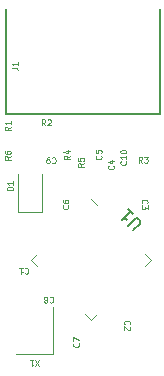
<source format=gto>
G04 #@! TF.GenerationSoftware,KiCad,Pcbnew,(5.99.0-11424-g2f41dd4074)*
G04 #@! TF.CreationDate,2021-09-18T21:26:06+03:00*
G04 #@! TF.ProjectId,goldfish,676f6c64-6669-4736-982e-6b696361645f,C*
G04 #@! TF.SameCoordinates,Original*
G04 #@! TF.FileFunction,Legend,Top*
G04 #@! TF.FilePolarity,Positive*
%FSLAX46Y46*%
G04 Gerber Fmt 4.6, Leading zero omitted, Abs format (unit mm)*
G04 Created by KiCad (PCBNEW (5.99.0-11424-g2f41dd4074)) date 2021-09-18 21:26:06*
%MOMM*%
%LPD*%
G01*
G04 APERTURE LIST*
%ADD10C,0.150000*%
%ADD11C,0.125000*%
%ADD12C,0.120000*%
G04 APERTURE END LIST*
D10*
X34259777Y-42517718D02*
X34832197Y-41945298D01*
X34865869Y-41844283D01*
X34865869Y-41776939D01*
X34832197Y-41675924D01*
X34697510Y-41541237D01*
X34596495Y-41507565D01*
X34529151Y-41507565D01*
X34428136Y-41541237D01*
X33855716Y-42113657D01*
X33855716Y-40699443D02*
X34259777Y-41103504D01*
X34057747Y-40901474D02*
X33350640Y-41608580D01*
X33518999Y-41574909D01*
X33653686Y-41574909D01*
X33754701Y-41608580D01*
D11*
X27183333Y-48171428D02*
X27207142Y-48147619D01*
X27278571Y-48123809D01*
X27326190Y-48123809D01*
X27397619Y-48147619D01*
X27445238Y-48195238D01*
X27469047Y-48242857D01*
X27492857Y-48338095D01*
X27492857Y-48409523D01*
X27469047Y-48504761D01*
X27445238Y-48552380D01*
X27397619Y-48600000D01*
X27326190Y-48623809D01*
X27278571Y-48623809D01*
X27207142Y-48600000D01*
X27183333Y-48576190D01*
X26897619Y-48409523D02*
X26945238Y-48433333D01*
X26969047Y-48457142D01*
X26992857Y-48504761D01*
X26992857Y-48528571D01*
X26969047Y-48576190D01*
X26945238Y-48600000D01*
X26897619Y-48623809D01*
X26802380Y-48623809D01*
X26754761Y-48600000D01*
X26730952Y-48576190D01*
X26707142Y-48528571D01*
X26707142Y-48504761D01*
X26730952Y-48457142D01*
X26754761Y-48433333D01*
X26802380Y-48409523D01*
X26897619Y-48409523D01*
X26945238Y-48385714D01*
X26969047Y-48361904D01*
X26992857Y-48314285D01*
X26992857Y-48219047D01*
X26969047Y-48171428D01*
X26945238Y-48147619D01*
X26897619Y-48123809D01*
X26802380Y-48123809D01*
X26754761Y-48147619D01*
X26730952Y-48171428D01*
X26707142Y-48219047D01*
X26707142Y-48314285D01*
X26730952Y-48361904D01*
X26754761Y-48385714D01*
X26802380Y-48409523D01*
X29628571Y-52083333D02*
X29652380Y-52107142D01*
X29676190Y-52178571D01*
X29676190Y-52226190D01*
X29652380Y-52297619D01*
X29604761Y-52345238D01*
X29557142Y-52369047D01*
X29461904Y-52392857D01*
X29390476Y-52392857D01*
X29295238Y-52369047D01*
X29247619Y-52345238D01*
X29200000Y-52297619D01*
X29176190Y-52226190D01*
X29176190Y-52178571D01*
X29200000Y-52107142D01*
X29223809Y-52083333D01*
X29176190Y-51916666D02*
X29176190Y-51583333D01*
X29676190Y-51797619D01*
X26304761Y-54023809D02*
X25971428Y-53523809D01*
X25971428Y-54023809D02*
X26304761Y-53523809D01*
X25519047Y-53523809D02*
X25804761Y-53523809D01*
X25661904Y-53523809D02*
X25661904Y-54023809D01*
X25709523Y-53952380D01*
X25757142Y-53904761D01*
X25804761Y-53880952D01*
X28876190Y-36183333D02*
X28638095Y-36350000D01*
X28876190Y-36469047D02*
X28376190Y-36469047D01*
X28376190Y-36278571D01*
X28400000Y-36230952D01*
X28423809Y-36207142D01*
X28471428Y-36183333D01*
X28542857Y-36183333D01*
X28590476Y-36207142D01*
X28614285Y-36230952D01*
X28638095Y-36278571D01*
X28638095Y-36469047D01*
X28542857Y-35754761D02*
X28876190Y-35754761D01*
X28352380Y-35873809D02*
X28709523Y-35992857D01*
X28709523Y-35683333D01*
X30076190Y-36833333D02*
X29838095Y-37000000D01*
X30076190Y-37119047D02*
X29576190Y-37119047D01*
X29576190Y-36928571D01*
X29600000Y-36880952D01*
X29623809Y-36857142D01*
X29671428Y-36833333D01*
X29742857Y-36833333D01*
X29790476Y-36857142D01*
X29814285Y-36880952D01*
X29838095Y-36928571D01*
X29838095Y-37119047D01*
X29576190Y-36380952D02*
X29576190Y-36619047D01*
X29814285Y-36642857D01*
X29790476Y-36619047D01*
X29766666Y-36571428D01*
X29766666Y-36452380D01*
X29790476Y-36404761D01*
X29814285Y-36380952D01*
X29861904Y-36357142D01*
X29980952Y-36357142D01*
X30028571Y-36380952D01*
X30052380Y-36404761D01*
X30076190Y-36452380D01*
X30076190Y-36571428D01*
X30052380Y-36619047D01*
X30028571Y-36642857D01*
X23876190Y-36233333D02*
X23638095Y-36400000D01*
X23876190Y-36519047D02*
X23376190Y-36519047D01*
X23376190Y-36328571D01*
X23400000Y-36280952D01*
X23423809Y-36257142D01*
X23471428Y-36233333D01*
X23542857Y-36233333D01*
X23590476Y-36257142D01*
X23614285Y-36280952D01*
X23638095Y-36328571D01*
X23638095Y-36519047D01*
X23376190Y-35804761D02*
X23376190Y-35900000D01*
X23400000Y-35947619D01*
X23423809Y-35971428D01*
X23495238Y-36019047D01*
X23590476Y-36042857D01*
X23780952Y-36042857D01*
X23828571Y-36019047D01*
X23852380Y-35995238D01*
X23876190Y-35947619D01*
X23876190Y-35852380D01*
X23852380Y-35804761D01*
X23828571Y-35780952D01*
X23780952Y-35757142D01*
X23661904Y-35757142D01*
X23614285Y-35780952D01*
X23590476Y-35804761D01*
X23566666Y-35852380D01*
X23566666Y-35947619D01*
X23590476Y-35995238D01*
X23614285Y-36019047D01*
X23661904Y-36042857D01*
X27383333Y-36371428D02*
X27407142Y-36347619D01*
X27478571Y-36323809D01*
X27526190Y-36323809D01*
X27597619Y-36347619D01*
X27645238Y-36395238D01*
X27669047Y-36442857D01*
X27692857Y-36538095D01*
X27692857Y-36609523D01*
X27669047Y-36704761D01*
X27645238Y-36752380D01*
X27597619Y-36800000D01*
X27526190Y-36823809D01*
X27478571Y-36823809D01*
X27407142Y-36800000D01*
X27383333Y-36776190D01*
X27145238Y-36323809D02*
X27050000Y-36323809D01*
X27002380Y-36347619D01*
X26978571Y-36371428D01*
X26930952Y-36442857D01*
X26907142Y-36538095D01*
X26907142Y-36728571D01*
X26930952Y-36776190D01*
X26954761Y-36800000D01*
X27002380Y-36823809D01*
X27097619Y-36823809D01*
X27145238Y-36800000D01*
X27169047Y-36776190D01*
X27192857Y-36728571D01*
X27192857Y-36609523D01*
X27169047Y-36561904D01*
X27145238Y-36538095D01*
X27097619Y-36514285D01*
X27002380Y-36514285D01*
X26954761Y-36538095D01*
X26930952Y-36561904D01*
X26907142Y-36609523D01*
X32578571Y-37033333D02*
X32602380Y-37057142D01*
X32626190Y-37128571D01*
X32626190Y-37176190D01*
X32602380Y-37247619D01*
X32554761Y-37295238D01*
X32507142Y-37319047D01*
X32411904Y-37342857D01*
X32340476Y-37342857D01*
X32245238Y-37319047D01*
X32197619Y-37295238D01*
X32150000Y-37247619D01*
X32126190Y-37176190D01*
X32126190Y-37128571D01*
X32150000Y-37057142D01*
X32173809Y-37033333D01*
X32292857Y-36604761D02*
X32626190Y-36604761D01*
X32102380Y-36723809D02*
X32459523Y-36842857D01*
X32459523Y-36533333D01*
X24076190Y-39119047D02*
X23576190Y-39119047D01*
X23576190Y-39000000D01*
X23600000Y-38928571D01*
X23647619Y-38880952D01*
X23695238Y-38857142D01*
X23790476Y-38833333D01*
X23861904Y-38833333D01*
X23957142Y-38857142D01*
X24004761Y-38880952D01*
X24052380Y-38928571D01*
X24076190Y-39000000D01*
X24076190Y-39119047D01*
X24076190Y-38357142D02*
X24076190Y-38642857D01*
X24076190Y-38500000D02*
X23576190Y-38500000D01*
X23647619Y-38547619D01*
X23695238Y-38595238D01*
X23719047Y-38642857D01*
X28728571Y-40383333D02*
X28752380Y-40407142D01*
X28776190Y-40478571D01*
X28776190Y-40526190D01*
X28752380Y-40597619D01*
X28704761Y-40645238D01*
X28657142Y-40669047D01*
X28561904Y-40692857D01*
X28490476Y-40692857D01*
X28395238Y-40669047D01*
X28347619Y-40645238D01*
X28300000Y-40597619D01*
X28276190Y-40526190D01*
X28276190Y-40478571D01*
X28300000Y-40407142D01*
X28323809Y-40383333D01*
X28276190Y-39954761D02*
X28276190Y-40050000D01*
X28300000Y-40097619D01*
X28323809Y-40121428D01*
X28395238Y-40169047D01*
X28490476Y-40192857D01*
X28680952Y-40192857D01*
X28728571Y-40169047D01*
X28752380Y-40145238D01*
X28776190Y-40097619D01*
X28776190Y-40002380D01*
X28752380Y-39954761D01*
X28728571Y-39930952D01*
X28680952Y-39907142D01*
X28561904Y-39907142D01*
X28514285Y-39930952D01*
X28490476Y-39954761D01*
X28466666Y-40002380D01*
X28466666Y-40097619D01*
X28490476Y-40145238D01*
X28514285Y-40169047D01*
X28561904Y-40192857D01*
X35016666Y-36776190D02*
X34850000Y-36538095D01*
X34730952Y-36776190D02*
X34730952Y-36276190D01*
X34921428Y-36276190D01*
X34969047Y-36300000D01*
X34992857Y-36323809D01*
X35016666Y-36371428D01*
X35016666Y-36442857D01*
X34992857Y-36490476D01*
X34969047Y-36514285D01*
X34921428Y-36538095D01*
X34730952Y-36538095D01*
X35183333Y-36276190D02*
X35492857Y-36276190D01*
X35326190Y-36466666D01*
X35397619Y-36466666D01*
X35445238Y-36490476D01*
X35469047Y-36514285D01*
X35492857Y-36561904D01*
X35492857Y-36680952D01*
X35469047Y-36728571D01*
X35445238Y-36752380D01*
X35397619Y-36776190D01*
X35254761Y-36776190D01*
X35207142Y-36752380D01*
X35183333Y-36728571D01*
X23976190Y-28766666D02*
X24333333Y-28766666D01*
X24404761Y-28790476D01*
X24452380Y-28838095D01*
X24476190Y-28909523D01*
X24476190Y-28957142D01*
X24476190Y-28266666D02*
X24476190Y-28552380D01*
X24476190Y-28409523D02*
X23976190Y-28409523D01*
X24047619Y-28457142D01*
X24095238Y-28504761D01*
X24119047Y-28552380D01*
X26816666Y-33626190D02*
X26650000Y-33388095D01*
X26530952Y-33626190D02*
X26530952Y-33126190D01*
X26721428Y-33126190D01*
X26769047Y-33150000D01*
X26792857Y-33173809D01*
X26816666Y-33221428D01*
X26816666Y-33292857D01*
X26792857Y-33340476D01*
X26769047Y-33364285D01*
X26721428Y-33388095D01*
X26530952Y-33388095D01*
X27007142Y-33173809D02*
X27030952Y-33150000D01*
X27078571Y-33126190D01*
X27197619Y-33126190D01*
X27245238Y-33150000D01*
X27269047Y-33173809D01*
X27292857Y-33221428D01*
X27292857Y-33269047D01*
X27269047Y-33340476D01*
X26983333Y-33626190D01*
X27292857Y-33626190D01*
X23876190Y-33733333D02*
X23638095Y-33900000D01*
X23876190Y-34019047D02*
X23376190Y-34019047D01*
X23376190Y-33828571D01*
X23400000Y-33780952D01*
X23423809Y-33757142D01*
X23471428Y-33733333D01*
X23542857Y-33733333D01*
X23590476Y-33757142D01*
X23614285Y-33780952D01*
X23638095Y-33828571D01*
X23638095Y-34019047D01*
X23876190Y-33257142D02*
X23876190Y-33542857D01*
X23876190Y-33400000D02*
X23376190Y-33400000D01*
X23447619Y-33447619D01*
X23495238Y-33495238D01*
X23519047Y-33542857D01*
X31528571Y-36183333D02*
X31552380Y-36207142D01*
X31576190Y-36278571D01*
X31576190Y-36326190D01*
X31552380Y-36397619D01*
X31504761Y-36445238D01*
X31457142Y-36469047D01*
X31361904Y-36492857D01*
X31290476Y-36492857D01*
X31195238Y-36469047D01*
X31147619Y-36445238D01*
X31100000Y-36397619D01*
X31076190Y-36326190D01*
X31076190Y-36278571D01*
X31100000Y-36207142D01*
X31123809Y-36183333D01*
X31076190Y-35730952D02*
X31076190Y-35969047D01*
X31314285Y-35992857D01*
X31290476Y-35969047D01*
X31266666Y-35921428D01*
X31266666Y-35802380D01*
X31290476Y-35754761D01*
X31314285Y-35730952D01*
X31361904Y-35707142D01*
X31480952Y-35707142D01*
X31528571Y-35730952D01*
X31552380Y-35754761D01*
X31576190Y-35802380D01*
X31576190Y-35921428D01*
X31552380Y-35969047D01*
X31528571Y-35992857D01*
X35021428Y-40216666D02*
X34997619Y-40192857D01*
X34973809Y-40121428D01*
X34973809Y-40073809D01*
X34997619Y-40002380D01*
X35045238Y-39954761D01*
X35092857Y-39930952D01*
X35188095Y-39907142D01*
X35259523Y-39907142D01*
X35354761Y-39930952D01*
X35402380Y-39954761D01*
X35450000Y-40002380D01*
X35473809Y-40073809D01*
X35473809Y-40121428D01*
X35450000Y-40192857D01*
X35426190Y-40216666D01*
X35473809Y-40383333D02*
X35473809Y-40692857D01*
X35283333Y-40526190D01*
X35283333Y-40597619D01*
X35259523Y-40645238D01*
X35235714Y-40669047D01*
X35188095Y-40692857D01*
X35069047Y-40692857D01*
X35021428Y-40669047D01*
X34997619Y-40645238D01*
X34973809Y-40597619D01*
X34973809Y-40454761D01*
X34997619Y-40407142D01*
X35021428Y-40383333D01*
X33541428Y-50466666D02*
X33517619Y-50442857D01*
X33493809Y-50371428D01*
X33493809Y-50323809D01*
X33517619Y-50252380D01*
X33565238Y-50204761D01*
X33612857Y-50180952D01*
X33708095Y-50157142D01*
X33779523Y-50157142D01*
X33874761Y-50180952D01*
X33922380Y-50204761D01*
X33970000Y-50252380D01*
X33993809Y-50323809D01*
X33993809Y-50371428D01*
X33970000Y-50442857D01*
X33946190Y-50466666D01*
X33946190Y-50657142D02*
X33970000Y-50680952D01*
X33993809Y-50728571D01*
X33993809Y-50847619D01*
X33970000Y-50895238D01*
X33946190Y-50919047D01*
X33898571Y-50942857D01*
X33850952Y-50942857D01*
X33779523Y-50919047D01*
X33493809Y-50633333D01*
X33493809Y-50942857D01*
X25083333Y-45721428D02*
X25107142Y-45697619D01*
X25178571Y-45673809D01*
X25226190Y-45673809D01*
X25297619Y-45697619D01*
X25345238Y-45745238D01*
X25369047Y-45792857D01*
X25392857Y-45888095D01*
X25392857Y-45959523D01*
X25369047Y-46054761D01*
X25345238Y-46102380D01*
X25297619Y-46150000D01*
X25226190Y-46173809D01*
X25178571Y-46173809D01*
X25107142Y-46150000D01*
X25083333Y-46126190D01*
X24607142Y-45673809D02*
X24892857Y-45673809D01*
X24750000Y-45673809D02*
X24750000Y-46173809D01*
X24797619Y-46102380D01*
X24845238Y-46054761D01*
X24892857Y-46030952D01*
X33628571Y-36671428D02*
X33652380Y-36695238D01*
X33676190Y-36766666D01*
X33676190Y-36814285D01*
X33652380Y-36885714D01*
X33604761Y-36933333D01*
X33557142Y-36957142D01*
X33461904Y-36980952D01*
X33390476Y-36980952D01*
X33295238Y-36957142D01*
X33247619Y-36933333D01*
X33200000Y-36885714D01*
X33176190Y-36814285D01*
X33176190Y-36766666D01*
X33200000Y-36695238D01*
X33223809Y-36671428D01*
X33676190Y-36195238D02*
X33676190Y-36480952D01*
X33676190Y-36338095D02*
X33176190Y-36338095D01*
X33247619Y-36385714D01*
X33295238Y-36433333D01*
X33319047Y-36480952D01*
X33176190Y-35885714D02*
X33176190Y-35838095D01*
X33200000Y-35790476D01*
X33223809Y-35766666D01*
X33271428Y-35742857D01*
X33366666Y-35719047D01*
X33485714Y-35719047D01*
X33580952Y-35742857D01*
X33628571Y-35766666D01*
X33652380Y-35790476D01*
X33676190Y-35838095D01*
X33676190Y-35885714D01*
X33652380Y-35933333D01*
X33628571Y-35957142D01*
X33580952Y-35980952D01*
X33485714Y-36004761D01*
X33366666Y-36004761D01*
X33271428Y-35980952D01*
X33223809Y-35957142D01*
X33200000Y-35933333D01*
X33176190Y-35885714D01*
D12*
X31212652Y-40407341D02*
X30700000Y-39894689D01*
X25594689Y-45000000D02*
X26107341Y-44487348D01*
X35292659Y-44487348D02*
X35805311Y-45000000D01*
X30187348Y-49592659D02*
X30700000Y-50105311D01*
X30700000Y-50105311D02*
X31212652Y-49592659D01*
X26107341Y-45512652D02*
X25594689Y-45000000D01*
X35805311Y-45000000D02*
X35292659Y-45512652D01*
X24300000Y-53000000D02*
X27500000Y-53000000D01*
X27500000Y-53000000D02*
X27500000Y-49000000D01*
X26500000Y-40950000D02*
X26500000Y-37750000D01*
X24500000Y-37750000D02*
X24500000Y-40950000D01*
X26500000Y-40950000D02*
X24500000Y-40950000D01*
D10*
X23500000Y-32690000D02*
X36500000Y-32690000D01*
X23500000Y-23790000D02*
X23500000Y-32690000D01*
X36500000Y-32690000D02*
X36500000Y-23790000D01*
M02*

</source>
